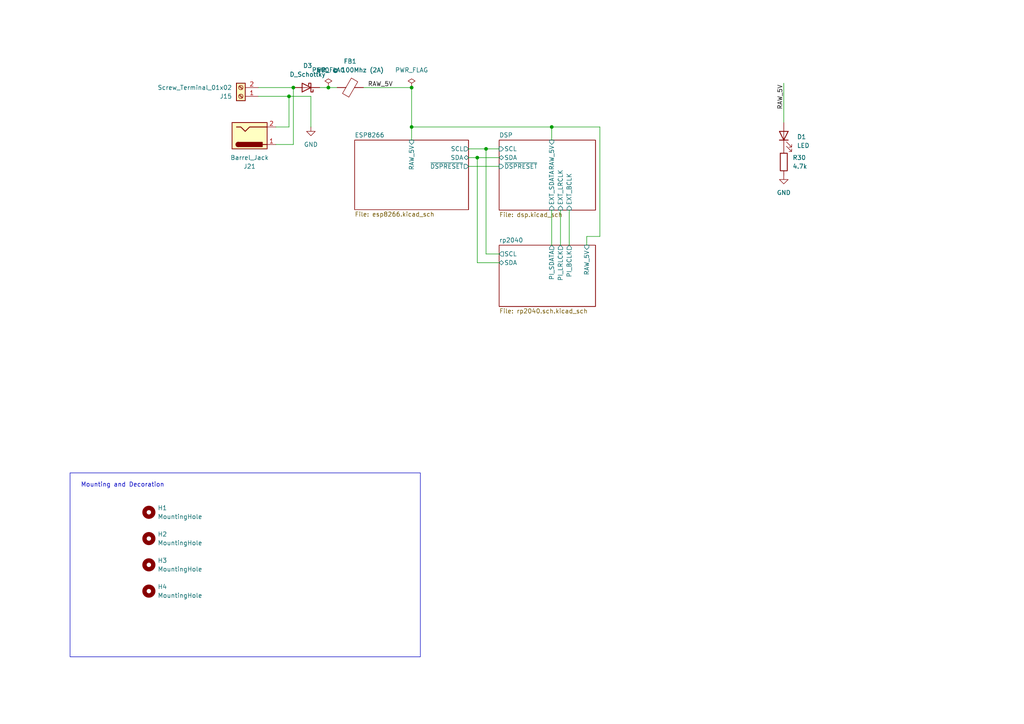
<source format=kicad_sch>
(kicad_sch (version 20231120) (generator "eeschema") (generator_version "8.0")
  (paper "A4")
  (lib_symbols
    (symbol "Connector:Barrel_Jack" (pin_names (offset 1.016))
      (property "Reference" "J" (at 0 5.334 0))
      (property "Value" "Barrel_Jack" (at 0 -5.08 0))
      (symbol "Barrel_Jack_0_1"
        (rectangle (start -5.08 3.81) (end 5.08 -3.81) (stroke (width 0.254)) (fill (type background)))
        (arc (start -3.302 3.175) (mid -3.9343 2.54) (end -3.302 1.905) (stroke (width 0.254)))
        (arc (start -3.302 3.175) (mid -3.9343 2.54) (end -3.302 1.905) (stroke (width 0.254)) (fill (type outline)))
        (polyline (pts (xy 5.08 2.54) (xy 3.81 2.54)) (stroke (width 0.254)))
        (polyline (pts (xy -3.81 -2.54) (xy -2.54 -2.54) (xy -1.27 -1.27) (xy 0 -2.54) (xy 2.54 -2.54) (xy 5.08 -2.54)) (stroke (width 0.254)))
        (rectangle (start 3.683 3.175) (end -3.302 1.905) (stroke (width 0.254)) (fill (type outline)))
      )
      (symbol "Barrel_Jack_1_1"
        (pin passive line (at 7.62 2.54 180) (length 2.54) (name "~") (number "1"))
        (pin passive line (at 7.62 -2.54 180) (length 2.54) (name "~") (number "2"))
      )
    )
    (symbol "Connector:Screw_Terminal_01x02" (pin_names (offset 1.016) hide)
      (property "Reference" "J" (at 0 2.54 0))
      (property "Value" "Screw_Terminal_01x02" (at 0 -5.08 0))
      (symbol "Screw_Terminal_01x02_1_1"
        (rectangle (start -1.27 1.27) (end 1.27 -3.81) (stroke (width 0.254)) (fill (type background)))
        (circle (center 0 -2.54) (radius 0.635) (stroke (width 0.1524)))
        (polyline (pts (xy -0.5334 -2.2098) (xy 0.3302 -3.048)) (stroke (width 0.1524)))
        (polyline (pts (xy -0.5334 0.3302) (xy 0.3302 -0.508)) (stroke (width 0.1524)))
        (polyline (pts (xy -0.3556 -2.032) (xy 0.508 -2.8702)) (stroke (width 0.1524)))
        (polyline (pts (xy -0.3556 0.508) (xy 0.508 -0.3302)) (stroke (width 0.1524)))
        (circle (center 0 0) (radius 0.635) (stroke (width 0.1524)))
        (pin passive line (at -5.08 0 0) (length 3.81) (name "Pin_1") (number "1"))
        (pin passive line (at -5.08 -2.54 0) (length 3.81) (name "Pin_2") (number "2"))
      )
    )
    (symbol "Device:D_Schottky" (pin_numbers hide) (pin_names (offset 1.016) hide)
      (property "Reference" "D" (at 0 2.54 0))
      (property "Value" "D_Schottky" (at 0 -2.54 0))
      (symbol "D_Schottky_0_1"
        (polyline (pts (xy 1.27 0) (xy -1.27 0)))
        (polyline (pts (xy 1.27 1.27) (xy 1.27 -1.27) (xy -1.27 0) (xy 1.27 1.27)) (stroke (width 0.254)))
        (polyline (pts (xy -1.905 0.635) (xy -1.905 1.27) (xy -1.27 1.27) (xy -1.27 -1.27) (xy -0.635 -1.27) (xy -0.635 -0.635)) (stroke (width 0.254)))
      )
      (symbol "D_Schottky_1_1"
        (pin passive line (at -3.81 0 0) (length 2.54) (name "K") (number "1"))
        (pin passive line (at 3.81 0 180) (length 2.54) (name "A") (number "2"))
      )
    )
    (symbol "Device:FerriteBead" (pin_numbers hide) (pin_names (offset 0))
      (property "Reference" "FB" (at -3.81 0.635 90))
      (property "Value" "FerriteBead" (at 3.81 0 90))
      (symbol "FerriteBead_0_1"
        (polyline (pts (xy 0 -1.27) (xy 0 -1.2192)))
        (polyline (pts (xy 0 1.27) (xy 0 1.2954)))
        (polyline (pts (xy -2.7686 0.4064) (xy -1.7018 2.2606) (xy 2.7686 -0.3048) (xy 1.6764 -2.159) (xy -2.7686 0.4064)))
      )
      (symbol "FerriteBead_1_1"
        (pin passive line (at 0 3.81 270) (length 2.54) (name "~") (number "1"))
        (pin passive line (at 0 -3.81 90) (length 2.54) (name "~") (number "2"))
      )
    )
    (symbol "Device:LED" (pin_numbers hide) (pin_names (offset 1.016) hide)
      (property "Reference" "D" (at 0 2.54 0))
      (property "Value" "LED" (at 0 -2.54 0))
      (symbol "LED_0_1"
        (polyline (pts (xy -1.27 -1.27) (xy -1.27 1.27)) (stroke (width 0.254)))
        (polyline (pts (xy -1.27 0) (xy 1.27 0)))
        (polyline (pts (xy 1.27 -1.27) (xy 1.27 1.27) (xy -1.27 0) (xy 1.27 -1.27)) (stroke (width 0.254)))
        (polyline (pts (xy -3.048 -0.762) (xy -4.572 -2.286) (xy -3.81 -2.286) (xy -4.572 -2.286) (xy -4.572 -1.524)))
        (polyline (pts (xy -1.778 -0.762) (xy -3.302 -2.286) (xy -2.54 -2.286) (xy -3.302 -2.286) (xy -3.302 -1.524)))
      )
      (symbol "LED_1_1"
        (pin passive line (at -3.81 0 0) (length 2.54) (name "K") (number "1"))
        (pin passive line (at 3.81 0 180) (length 2.54) (name "A") (number "2"))
      )
    )
    (symbol "Device:R" (pin_numbers hide) (pin_names (offset 0))
      (property "Reference" "R" (at 2.032 0 90))
      (property "Value" "R" (at 0 0 90))
      (symbol "R_0_1"
        (rectangle (start -1.016 -2.54) (end 1.016 2.54) (stroke (width 0.254)))
      )
      (symbol "R_1_1"
        (pin passive line (at 0 3.81 270) (length 1.27) (name "~") (number "1"))
        (pin passive line (at 0 -3.81 90) (length 1.27) (name "~") (number "2"))
      )
    )
    (symbol "Mechanical:MountingHole" (pin_names (offset 1.016)) (exclude_from_sim yes) (in_bom no)
      (property "Reference" "H" (at 0 5.08 0))
      (property "Value" "MountingHole" (at 0 3.175 0))
      (symbol "MountingHole_0_1"
        (circle (center 0 0) (radius 1.27) (stroke (width 1.27)))
      )
    )
    (symbol "power:GND" (power) (pin_numbers hide) (pin_names (offset 0) hide)
      (property "Value" "GND" (at 0 -3.81 0))
      (symbol "GND_0_1"
        (polyline (pts (xy 0 0) (xy 0 -1.27) (xy 1.27 -1.27) (xy 0 -2.54) (xy -1.27 -1.27) (xy 0 -1.27)))
      )
      (symbol "GND_1_1"
        (pin power_in line (at 0 0 270) (length 0) (name "~") (number "1"))
      )
    )
    (symbol "power:PWR_FLAG" (power) (pin_numbers hide) (pin_names (offset 0) hide)
      (property "Value" "PWR_FLAG" (at 0 3.81 0))
      (symbol "PWR_FLAG_0_0"
        (pin power_out line (at 0 0 90) (length 0) (name "~") (number "1"))
      )
      (symbol "PWR_FLAG_0_1"
        (polyline (pts (xy 0 0) (xy 0 1.27) (xy -1.016 1.905) (xy 0 2.54) (xy 1.016 1.905) (xy 0 1.27)))
      )
    )
  )
  (junction (at 85.09 25.4))
  (junction (at 119.38 25.4))
  (junction (at 138.43 45.72))
  (junction (at 140.97 43.18))
  (junction (at 83.82 27.94))
  (junction (at 119.38 36.83))
  (junction (at 95.25 25.4))
  (junction (at 160.02 36.83))
  (wire (pts (xy 135.89 43.18) (xy 140.97 43.18)))
  (wire (pts (xy 144.78 76.2) (xy 138.43 76.2)))
  (wire (pts (xy 135.89 48.26) (xy 144.78 48.26)))
  (wire (pts (xy 160.02 36.83) (xy 173.99 36.83)))
  (wire (pts (xy 170.18 68.58) (xy 170.18 71.12)))
  (wire (pts (xy 140.97 43.18) (xy 140.97 73.66)))
  (wire (pts (xy 227.33 24.13) (xy 227.33 35.56)))
  (wire (pts (xy 85.09 25.4) (xy 85.09 41.91)))
  (wire (pts (xy 92.71 25.4) (xy 95.25 25.4)))
  (wire (pts (xy 160.02 60.96) (xy 160.02 71.12)))
  (wire (pts (xy 74.93 25.4) (xy 85.09 25.4)))
  (wire (pts (xy 165.1 60.96) (xy 165.1 71.12)))
  (wire (pts (xy 83.82 27.94) (xy 83.82 36.83)))
  (wire (pts (xy 90.17 27.94) (xy 90.17 36.83)))
  (wire (pts (xy 140.97 43.18) (xy 144.78 43.18)))
  (wire (pts (xy 140.97 73.66) (xy 144.78 73.66)))
  (wire (pts (xy 83.82 36.83) (xy 80.01 36.83)))
  (wire (pts (xy 85.09 41.91) (xy 80.01 41.91)))
  (wire (pts (xy 74.93 27.94) (xy 83.82 27.94)))
  (wire (pts (xy 138.43 45.72) (xy 144.78 45.72)))
  (wire (pts (xy 173.99 68.58) (xy 170.18 68.58)))
  (wire (pts (xy 119.38 36.83) (xy 160.02 36.83)))
  (wire (pts (xy 95.25 25.4) (xy 97.79 25.4)))
  (wire (pts (xy 105.41 25.4) (xy 119.38 25.4)))
  (wire (pts (xy 119.38 36.83) (xy 119.38 40.64)))
  (wire (pts (xy 160.02 36.83) (xy 160.02 40.64)))
  (wire (pts (xy 135.89 45.72) (xy 138.43 45.72)))
  (wire (pts (xy 83.82 27.94) (xy 90.17 27.94)))
  (wire (pts (xy 162.56 60.96) (xy 162.56 71.12)))
  (wire (pts (xy 119.38 25.4) (xy 119.38 36.83)))
  (wire (pts (xy 173.99 36.83) (xy 173.99 68.58)))
  (wire (pts (xy 138.43 76.2) (xy 138.43 45.72)))
  (rectangle (start 20.32 137.16) (end 121.92 190.5))
  (text "Mounting and Decoration" (at 35.56 140.716 0) (effects (font (size 1.27 1.27))))
  (label "RAW_5V" (at 106.68 25.4 0))
  (label "RAW_5V" (at 227.33 31.75 90))
  (symbol (lib_id "Device:R") (at 227.33 46.99 0) (unit 1)
    (property "Reference" "R30" (at 229.87 45.7199 0) (effects (justify left)))
    (property "Value" "4.7k" (at 229.87 48.2599 0) (effects (justify left)))
    (property "Footprint" "Resistor_SMD:R_0603_1608Metric" (effects (hide yes)))
    (property "Description" "Resistor" (effects (hide yes)))
  )
  (symbol (lib_id "Connector:Screw_Terminal_01x02") (at 69.85 27.94 180) (unit 1)
    (property "Reference" "J15" (at 67.31 27.9401 0) (effects (justify left)))
    (property "Value" "Screw_Terminal_01x02" (at 67.31 25.4001 0) (effects (justify left)))
    (property "Footprint" "dsp3_footprints:KF301-5.0-2P" (effects (hide yes)))
    (property "Description" "Generic screw terminal, single row, 01x02, script generated (kicad-library-utils/schlib/autogen/connector/)" (effects (hide yes)))
  )
  (symbol (lib_id "Device:FerriteBead") (at 101.6 25.4 90) (unit 1)
    (property "Reference" "FB1" (at 101.5492 17.78 90))
    (property "Value" "600 @ 100Mhz (2A)" (at 101.5492 20.32 90))
    (property "Footprint" "Resistor_SMD:R_0805_2012Metric" (effects (hide yes)))
    (property "Description" "Ferrite bead" (effects (hide yes)))
  )
  (symbol (lib_id "Mechanical:MountingHole") (at 43.18 163.83 0) (unit 1) (exclude_from_sim yes) (in_bom no)
    (property "Reference" "H3" (at 45.72 162.5599 0) (effects (justify left)))
    (property "Value" "MountingHole" (at 45.72 165.0999 0) (effects (justify left)))
    (property "Footprint" "MountingHole:MountingHole_3.2mm_M3" (effects (hide yes)))
    (property "Description" "Mounting Hole without connection" (effects (hide yes)))
  )
  (symbol (lib_id "Connector:Barrel_Jack") (at 72.39 39.37 0) (mirror x) (unit 1)
    (property "Reference" "J21" (at 72.39 48.26 0))
    (property "Value" "Barrel_Jack" (at 72.39 45.72 0))
    (property "Footprint" "Connector_BarrelJack:BarrelJack_Horizontal" (effects (hide yes)))
    (property "Description" "DC Barrel Jack" (effects (hide yes)))
  )
  (symbol (lib_id "power:GND") (at 90.17 36.83 0) (unit 1)
    (property "Reference" "#PWR013" (effects (hide yes)))
    (property "Value" "GND" (at 90.17 41.91 0))
    (property "Description" "Power symbol creates a global label with name \"GND\" , ground" (effects (hide yes)))
  )
  (symbol (lib_id "Device:D_Schottky") (at 88.9 25.4 180) (unit 1)
    (property "Reference" "D3" (at 89.2175 19.05 0))
    (property "Value" "D_Schottky" (at 89.2175 21.59 0))
    (property "Footprint" "Diode_SMD:D_SMB" (effects (hide yes)))
    (property "Description" "Schottky diode" (effects (hide yes)))
  )
  (symbol (lib_id "Mechanical:MountingHole") (at 43.18 148.59 0) (unit 1) (exclude_from_sim yes) (in_bom no)
    (property "Reference" "H1" (at 45.72 147.3199 0) (effects (justify left)))
    (property "Value" "MountingHole" (at 45.72 149.8599 0) (effects (justify left)))
    (property "Footprint" "MountingHole:MountingHole_3.2mm_M3" (effects (hide yes)))
    (property "Description" "Mounting Hole without connection" (effects (hide yes)))
  )
  (symbol (lib_id "power:PWR_FLAG") (at 119.38 25.4 0) (unit 1)
    (property "Reference" "#FLG06" (effects (hide yes)))
    (property "Value" "PWR_FLAG" (at 119.38 20.32 0))
    (property "Description" "Special symbol for telling ERC where power comes from" (effects (hide yes)))
  )
  (symbol (lib_id "power:PWR_FLAG") (at 95.25 25.4 0) (unit 1)
    (property "Reference" "#FLG01" (effects (hide yes)))
    (property "Value" "PWR_FLAG" (at 95.25 20.32 0))
    (property "Description" "Special symbol for telling ERC where power comes from" (effects (hide yes)))
  )
  (symbol (lib_id "Device:LED") (at 227.33 39.37 90) (unit 1)
    (property "Reference" "D1" (at 231.14 39.6874 90) (effects (justify right)))
    (property "Value" "LED" (at 231.14 42.2274 90) (effects (justify right)))
    (property "Footprint" "LED_SMD:LED_0805_2012Metric_Pad1.15x1.40mm_HandSolder" (effects (hide yes)))
    (property "Description" "Light emitting diode" (effects (hide yes)))
  )
  (symbol (lib_id "power:GND") (at 227.33 50.8 0) (unit 1)
    (property "Reference" "#PWR027" (effects (hide yes)))
    (property "Value" "GND" (at 227.33 55.88 0))
    (property "Description" "Power symbol creates a global label with name \"GND\" , ground" (effects (hide yes)))
  )
  (symbol (lib_id "Mechanical:MountingHole") (at 43.18 171.45 0) (unit 1) (exclude_from_sim yes) (in_bom no)
    (property "Reference" "H4" (at 45.72 170.1799 0) (effects (justify left)))
    (property "Value" "MountingHole" (at 45.72 172.7199 0) (effects (justify left)))
    (property "Footprint" "MountingHole:MountingHole_3.2mm_M3" (effects (hide yes)))
    (property "Description" "Mounting Hole without connection" (effects (hide yes)))
  )
  (symbol (lib_id "Mechanical:MountingHole") (at 43.18 156.21 0) (unit 1) (exclude_from_sim yes) (in_bom no)
    (property "Reference" "H2" (at 45.72 154.9399 0) (effects (justify left)))
    (property "Value" "MountingHole" (at 45.72 157.4799 0) (effects (justify left)))
    (property "Footprint" "MountingHole:MountingHole_3.2mm_M3" (effects (hide yes)))
    (property "Description" "Mounting Hole without connection" (effects (hide yes)))
  )
  (sheet (at 144.78 40.64) (size 27.94 20.32) (stroke (width 0.1524))
    (property "Sheetname" "DSP" (at 144.78 39.9284 0) (effects (justify left bottom)))
    (property "Sheetfile" "dsp.kicad_sch" (at 144.78 61.5446 0) (effects (justify left top)))
    (pin "~{DSPRESET}" input (at 144.78 48.26 180))
    (pin "SDA" bidirectional (at 144.78 45.72 180))
    (pin "SCL" input (at 144.78 43.18 180))
    (pin "RAW_5V" input (at 160.02 40.64 90))
    (pin "EXT_BCLK" input (at 165.1 60.96 270))
    (pin "EXT_LRCLK" input (at 162.56 60.96 270))
    (pin "EXT_SDATA" input (at 160.02 60.96 270))
  )
  (sheet (at 144.78 71.12) (size 27.94 17.78) (stroke (width 0.1524))
    (property "Sheetname" "rp2040" (at 144.78 70.4084 0) (effects (justify left bottom)))
    (property "Sheetfile" "rp2040.sch.kicad_sch" (at 144.78 89.4846 0) (effects (justify left top)))
    (pin "SCL" output (at 144.78 73.66 180))
    (pin "SDA" bidirectional (at 144.78 76.2 180))
    (pin "PI_SDATA" output (at 160.02 71.12 90))
    (pin "PI_BCLK" output (at 165.1 71.12 90))
    (pin "PI_LRLCK" output (at 162.56 71.12 90))
    (pin "RAW_5V" input (at 170.18 71.12 90))
  )
  (sheet (at 102.87 40.64) (size 33.02 20.193) (stroke (width 0.1524))
    (property "Sheetname" "ESP8266" (at 102.87 39.9284 0) (effects (justify left bottom)))
    (property "Sheetfile" "esp8266.kicad_sch" (at 102.87 61.4176 0) (effects (justify left top)))
    (pin "SCL" output (at 135.89 43.18 0))
    (pin "SDA" bidirectional (at 135.89 45.72 0))
    (pin "~{DSPRESET}" output (at 135.89 48.26 0))
    (pin "RAW_5V" input (at 119.38 40.64 90))
  )
)
</source>
